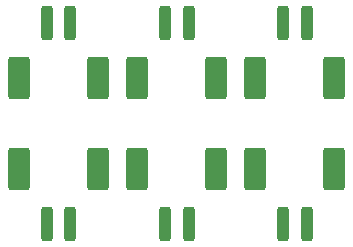
<source format=gbr>
%TF.GenerationSoftware,KiCad,Pcbnew,6.0.2*%
%TF.CreationDate,2022-02-14T22:33:09-06:00*%
%TF.ProjectId,ALTIMETER_HOLDER,414c5449-4d45-4544-9552-5f484f4c4445,rev?*%
%TF.SameCoordinates,Original*%
%TF.FileFunction,Paste,Top*%
%TF.FilePolarity,Positive*%
%FSLAX46Y46*%
G04 Gerber Fmt 4.6, Leading zero omitted, Abs format (unit mm)*
G04 Created by KiCad (PCBNEW 6.0.2) date 2022-02-14 22:33:09*
%MOMM*%
%LPD*%
G01*
G04 APERTURE LIST*
G04 Aperture macros list*
%AMRoundRect*
0 Rectangle with rounded corners*
0 $1 Rounding radius*
0 $2 $3 $4 $5 $6 $7 $8 $9 X,Y pos of 4 corners*
0 Add a 4 corners polygon primitive as box body*
4,1,4,$2,$3,$4,$5,$6,$7,$8,$9,$2,$3,0*
0 Add four circle primitives for the rounded corners*
1,1,$1+$1,$2,$3*
1,1,$1+$1,$4,$5*
1,1,$1+$1,$6,$7*
1,1,$1+$1,$8,$9*
0 Add four rect primitives between the rounded corners*
20,1,$1+$1,$2,$3,$4,$5,0*
20,1,$1+$1,$4,$5,$6,$7,0*
20,1,$1+$1,$6,$7,$8,$9,0*
20,1,$1+$1,$8,$9,$2,$3,0*%
G04 Aperture macros list end*
%ADD10RoundRect,0.250000X0.250000X1.200000X-0.250000X1.200000X-0.250000X-1.200000X0.250000X-1.200000X0*%
%ADD11RoundRect,0.250000X0.650000X1.550000X-0.650000X1.550000X-0.650000X-1.550000X0.650000X-1.550000X0*%
%ADD12RoundRect,0.250000X-0.250000X-1.200000X0.250000X-1.200000X0.250000X1.200000X-0.250000X1.200000X0*%
%ADD13RoundRect,0.250000X-0.650000X-1.550000X0.650000X-1.550000X0.650000X1.550000X-0.650000X1.550000X0*%
G04 APERTURE END LIST*
D10*
%TO.C,J4*%
X6950000Y-66275000D03*
X4950000Y-66275000D03*
D11*
X2600000Y-70925000D03*
X9300000Y-70925000D03*
%TD*%
D10*
%TO.C,J6*%
X26950000Y-66275000D03*
X24950000Y-66275000D03*
D11*
X29300000Y-70925000D03*
X22600000Y-70925000D03*
%TD*%
D10*
%TO.C,J5*%
X16950000Y-66275000D03*
X14950000Y-66275000D03*
D11*
X12600000Y-70925000D03*
X19300000Y-70925000D03*
%TD*%
D12*
%TO.C,J9*%
X24950000Y-83275000D03*
X26950000Y-83275000D03*
D13*
X22600000Y-78625000D03*
X29300000Y-78625000D03*
%TD*%
D12*
%TO.C,J8*%
X14950000Y-83275000D03*
X16950000Y-83275000D03*
D13*
X19300000Y-78625000D03*
X12600000Y-78625000D03*
%TD*%
D12*
%TO.C,J7*%
X4950000Y-83275000D03*
X6950000Y-83275000D03*
D13*
X9300000Y-78625000D03*
X2600000Y-78625000D03*
%TD*%
M02*

</source>
